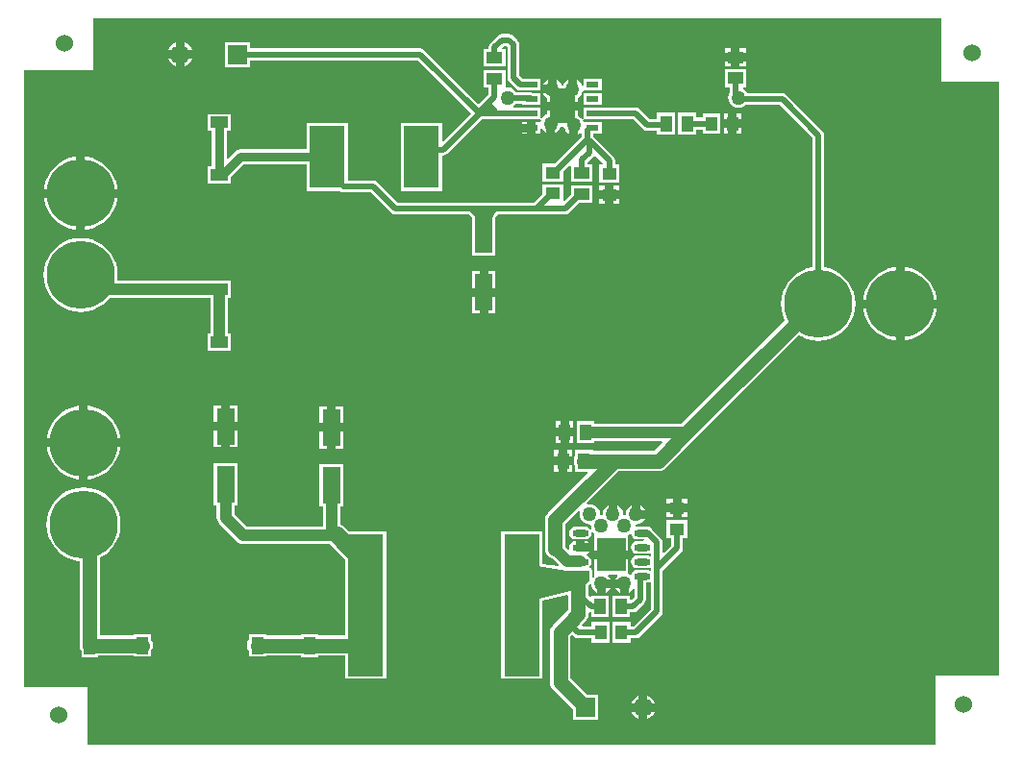
<source format=gbr>
%TF.GenerationSoftware,Altium Limited,Altium Designer,19.1.8 (144)*%
G04 Layer_Physical_Order=1*
G04 Layer_Color=255*
%FSLAX26Y26*%
%MOIN*%
%TF.FileFunction,Copper,L1,Top,Signal*%
%TF.Part,Single*%
G01*
G75*
%TA.AperFunction,SMDPad,CuDef*%
%ADD10O,0.057087X0.023622*%
%ADD11R,0.098425X0.118110*%
%ADD12R,0.043307X0.019685*%
%ADD13R,0.086614X0.122047*%
%ADD14R,0.062992X0.125984*%
%ADD15R,0.124016X0.492126*%
%ADD16R,0.122047X0.216535*%
%ADD17R,0.055118X0.041339*%
%ADD18R,0.051181X0.041339*%
%ADD19R,0.041339X0.051181*%
%ADD20R,0.041339X0.055118*%
%TA.AperFunction,Conductor*%
%ADD21C,0.020000*%
%ADD22C,0.050000*%
%ADD23C,0.040000*%
%ADD24C,0.010000*%
%ADD25C,0.030000*%
%ADD26C,0.060000*%
%TA.AperFunction,NonConductor*%
%ADD27C,0.010000*%
%ADD28C,0.020000*%
%TA.AperFunction,ComponentPad*%
%ADD29R,0.059055X0.039370*%
%ADD30R,0.039370X0.059055*%
%ADD31C,0.236220*%
%TA.AperFunction,ViaPad*%
%ADD32C,0.060000*%
%TA.AperFunction,ComponentPad*%
%ADD33R,0.066929X0.066929*%
%ADD34C,0.066929*%
%TA.AperFunction,ViaPad*%
%ADD35C,0.050000*%
G36*
X3200000Y2320000D02*
X3400000D01*
Y260000D01*
X3180000D01*
Y20000D01*
X240000D01*
Y220000D01*
X20000D01*
Y2360000D01*
X260000D01*
Y2540000D01*
X3200000D01*
Y2320000D01*
D02*
G37*
%LPC*%
G36*
X575000Y2455832D02*
Y2430000D01*
X600832D01*
X597966Y2436920D01*
X590999Y2445999D01*
X581920Y2452966D01*
X575000Y2455832D01*
D02*
G37*
G36*
X545000D02*
X538080Y2452966D01*
X529001Y2445999D01*
X522034Y2436920D01*
X519168Y2430000D01*
X545000D01*
Y2455832D01*
D02*
G37*
G36*
X2522559Y2435669D02*
X2500000D01*
Y2420000D01*
X2522559D01*
Y2435669D01*
D02*
G37*
G36*
X2470000D02*
X2447441D01*
Y2420000D01*
X2470000D01*
Y2435669D01*
D02*
G37*
G36*
X2522559Y2390000D02*
X2500000D01*
Y2374331D01*
X2522559D01*
Y2390000D01*
D02*
G37*
G36*
X2470000D02*
X2447441D01*
Y2374331D01*
X2470000D01*
Y2390000D01*
D02*
G37*
G36*
X600832Y2400000D02*
X575000D01*
Y2374168D01*
X581920Y2377034D01*
X590999Y2384001D01*
X597966Y2393080D01*
X600832Y2400000D01*
D02*
G37*
G36*
X545000D02*
X519168D01*
X522034Y2393080D01*
X529001Y2384001D01*
X538080Y2377034D01*
X545000Y2374168D01*
Y2400000D01*
D02*
G37*
G36*
X1835000Y2326671D02*
X1832349Y2325572D01*
X1825038Y2319962D01*
X1819428Y2312651D01*
X1818330Y2310000D01*
X1835000D01*
Y2326671D01*
D02*
G37*
G36*
X2021417Y2329843D02*
X1958110D01*
Y2307519D01*
X1953110Y2306524D01*
X1950572Y2312651D01*
X1944962Y2319962D01*
X1937651Y2325572D01*
X1935000Y2326671D01*
Y2295000D01*
X1905000D01*
Y2326671D01*
X1902349Y2325572D01*
X1895038Y2319962D01*
X1889428Y2312651D01*
X1887706Y2308495D01*
X1882294D01*
X1880572Y2312651D01*
X1874962Y2319962D01*
X1867651Y2325572D01*
X1865000Y2326671D01*
Y2295000D01*
X1850000D01*
Y2280000D01*
X1818330D01*
X1819428Y2277349D01*
X1825038Y2270038D01*
X1831417Y2265142D01*
Y2250394D01*
X1938032D01*
Y2264720D01*
X1944962Y2270038D01*
X1950572Y2277349D01*
X1954099Y2285863D01*
X1954290Y2287310D01*
X1958110Y2290157D01*
X1959708Y2290157D01*
X2021417D01*
Y2329843D01*
D02*
G37*
G36*
X1700000Y2485392D02*
X1675000D01*
X1667196Y2483840D01*
X1660581Y2479419D01*
X1635581Y2454419D01*
X1631160Y2447804D01*
X1629608Y2440000D01*
Y2433504D01*
X1612441D01*
Y2372165D01*
X1687559D01*
Y2433504D01*
X1678875D01*
X1676962Y2438123D01*
X1683447Y2444608D01*
X1691553D01*
X1694608Y2441553D01*
Y2340000D01*
X1695105Y2337500D01*
X1694608Y2335000D01*
X1696160Y2327196D01*
X1700581Y2320581D01*
X1725581Y2295581D01*
X1732196Y2291160D01*
X1740000Y2289608D01*
X1777165D01*
X1779927Y2290157D01*
X1808819D01*
Y2329843D01*
X1779927D01*
X1777165Y2330392D01*
X1748447D01*
X1735392Y2343447D01*
Y2450000D01*
X1733840Y2457804D01*
X1729419Y2464419D01*
X1714419Y2479419D01*
X1707804Y2483840D01*
X1700000Y2485392D01*
D02*
G37*
G36*
X2021417Y2279843D02*
X1958110D01*
Y2240157D01*
X2021417D01*
Y2279843D01*
D02*
G37*
G36*
X803465Y2458465D02*
X716535D01*
Y2371535D01*
X803465D01*
Y2394608D01*
X1383719D01*
X1568327Y2210000D01*
X1472415Y2114088D01*
X1467795Y2116001D01*
Y2178268D01*
X1325748D01*
Y1941732D01*
X1467795D01*
Y2064372D01*
X1471929D01*
X1479733Y2065924D01*
X1486348Y2070345D01*
X1605612Y2189608D01*
X1777165D01*
X1779927Y2190157D01*
X1804510D01*
X1807983Y2190157D01*
X1811756Y2186494D01*
X1809850Y2181915D01*
X1808819Y2179843D01*
X1805292Y2179843D01*
X1792165D01*
Y2160000D01*
Y2140157D01*
X1808819D01*
Y2157824D01*
X1813819Y2158818D01*
X1814428Y2157349D01*
X1820038Y2150038D01*
X1827349Y2144428D01*
X1830000Y2143329D01*
Y2175000D01*
X1860000D01*
Y2143329D01*
X1862651Y2144428D01*
X1869962Y2150038D01*
X1875572Y2157349D01*
X1878481Y2164370D01*
X1890439D01*
X1890901Y2160863D01*
X1894428Y2152349D01*
X1900038Y2145038D01*
X1907349Y2139428D01*
X1910000Y2138329D01*
Y2170000D01*
X1940000D01*
Y2138329D01*
X1942651Y2139428D01*
X1947718Y2143316D01*
X1952718Y2140850D01*
Y2129470D01*
X1858918Y2035669D01*
X1816575D01*
Y1974331D01*
X1887756D01*
Y2006831D01*
X1909606Y2028681D01*
X1914606Y2026610D01*
Y1972165D01*
X1989724D01*
Y2033504D01*
X1972557D01*
Y2041553D01*
X1991585Y2060581D01*
X1994011Y2064213D01*
X2000281Y2065014D01*
X2026774Y2038522D01*
Y2032087D01*
X2011575D01*
Y1970748D01*
X2082756D01*
Y2032087D01*
X2067557D01*
Y2046968D01*
X2066005Y2054772D01*
X2061585Y2061387D01*
X2061584Y2061388D01*
X1993502Y2129470D01*
Y2140157D01*
X2021417D01*
Y2179843D01*
X1958807D01*
X1957770Y2182346D01*
X1957087Y2186929D01*
X1959523Y2190059D01*
X1959683Y2190157D01*
X1962116Y2190157D01*
X1987002D01*
X1989764Y2189608D01*
X2131553D01*
X2165581Y2155581D01*
X2172196Y2151160D01*
X2180000Y2149608D01*
X2213662D01*
Y2137441D01*
X2275000D01*
Y2212559D01*
X2213662D01*
Y2190392D01*
X2188447D01*
X2154419Y2224419D01*
X2147804Y2228840D01*
X2140000Y2230392D01*
X1989764D01*
X1987002Y2229843D01*
X1958110D01*
Y2194587D01*
X1958110Y2192557D01*
X1954061Y2191183D01*
Y2191182D01*
X1954061D01*
X1950521Y2194234D01*
X1949962Y2194962D01*
X1942651Y2200572D01*
X1938032Y2202486D01*
Y2220394D01*
X1831417D01*
Y2207258D01*
X1827349Y2205572D01*
X1820038Y2199962D01*
X1814428Y2192651D01*
X1813819Y2191182D01*
X1808819Y2192176D01*
X1808819Y2194795D01*
X1808819Y2194796D01*
X1808819Y2194811D01*
Y2229843D01*
X1779927D01*
X1777165Y2230392D01*
X1715437D01*
X1713908Y2235392D01*
X1719962Y2240038D01*
X1721551Y2242108D01*
X1745512D01*
Y2240157D01*
X1808819D01*
Y2279843D01*
X1784710D01*
X1782469Y2281340D01*
X1774665Y2282892D01*
X1725388D01*
X1719962Y2289962D01*
X1712651Y2295572D01*
X1704137Y2299099D01*
X1695000Y2300302D01*
X1692559Y2299981D01*
X1687559Y2304366D01*
Y2360669D01*
X1612441D01*
Y2299331D01*
X1629608D01*
Y2275612D01*
X1595000Y2241004D01*
X1406585Y2429419D01*
X1399969Y2433840D01*
X1392165Y2435392D01*
X803465D01*
Y2458465D01*
D02*
G37*
G36*
X2505669Y2210590D02*
X2490000D01*
Y2190000D01*
X2505669D01*
Y2210590D01*
D02*
G37*
G36*
X2460000D02*
X2444331D01*
Y2190000D01*
X2460000D01*
Y2210590D01*
D02*
G37*
G36*
X1762165Y2179843D02*
X1745512D01*
Y2175000D01*
X1762165D01*
Y2179843D01*
D02*
G37*
G36*
Y2145000D02*
X1745512D01*
Y2140157D01*
X1762165D01*
Y2145000D01*
D02*
G37*
G36*
X2505669Y2160000D02*
X2490000D01*
Y2139410D01*
X2505669D01*
Y2160000D01*
D02*
G37*
G36*
X2460000D02*
X2444331D01*
Y2139410D01*
X2460000D01*
Y2160000D01*
D02*
G37*
G36*
X2347835Y2212559D02*
X2286496D01*
Y2137441D01*
X2347835D01*
Y2154608D01*
X2371496D01*
Y2139410D01*
X2432835D01*
Y2210590D01*
X2371496D01*
Y2195392D01*
X2347835D01*
Y2212559D01*
D02*
G37*
G36*
X230000Y2060790D02*
Y1948465D01*
X342326D01*
X341924Y1953567D01*
X337217Y1973175D01*
X329500Y1991805D01*
X318964Y2008999D01*
X305868Y2024332D01*
X290534Y2037428D01*
X273341Y2047965D01*
X254711Y2055681D01*
X235103Y2060389D01*
X230000Y2060790D01*
D02*
G37*
G36*
X200000D02*
X194897Y2060389D01*
X175289Y2055681D01*
X156659Y2047965D01*
X139466Y2037428D01*
X124132Y2024332D01*
X111036Y2008999D01*
X100500Y1991805D01*
X92783Y1973175D01*
X88076Y1953567D01*
X87674Y1948465D01*
X200000D01*
Y2060790D01*
D02*
G37*
G36*
X2082756Y1959252D02*
X2062165D01*
Y1943583D01*
X2082756D01*
Y1959252D01*
D02*
G37*
G36*
X2032165D02*
X2011575D01*
Y1943583D01*
X2032165D01*
Y1959252D01*
D02*
G37*
G36*
X2082756Y1913583D02*
X2062165D01*
Y1897913D01*
X2082756D01*
Y1913583D01*
D02*
G37*
G36*
X2032165D02*
X2011575D01*
Y1897913D01*
X2032165D01*
Y1913583D01*
D02*
G37*
G36*
X342326Y1918465D02*
X230000D01*
Y1806139D01*
X235103Y1806540D01*
X254711Y1811248D01*
X273341Y1818965D01*
X290534Y1829501D01*
X305868Y1842597D01*
X318964Y1857930D01*
X329500Y1875124D01*
X337217Y1893754D01*
X341924Y1913362D01*
X342326Y1918465D01*
D02*
G37*
G36*
X200000D02*
X87674D01*
X88076Y1913362D01*
X92783Y1893754D01*
X100500Y1875124D01*
X111036Y1857930D01*
X124132Y1842597D01*
X139466Y1829501D01*
X156659Y1818965D01*
X175289Y1811248D01*
X194897Y1806540D01*
X200000Y1806139D01*
Y1918465D01*
D02*
G37*
G36*
X734724Y2208425D02*
X655669D01*
Y2149055D01*
X669510D01*
Y2027323D01*
X655472D01*
Y1967953D01*
X734528D01*
Y1991275D01*
X777763Y2034510D01*
X998976D01*
Y1941732D01*
X1112474D01*
X1118220Y1937893D01*
X1126024Y1936341D01*
X1221199D01*
X1291959Y1865581D01*
X1298574Y1861160D01*
X1306378Y1859608D01*
X1306379Y1859608D01*
X1561553D01*
X1570669Y1850492D01*
Y1717795D01*
X1653661D01*
Y1847952D01*
X1660655Y1859608D01*
X1895276D01*
X1903079Y1861160D01*
X1909695Y1865581D01*
X1943445Y1899331D01*
X1989724D01*
Y1960669D01*
X1914606D01*
Y1928169D01*
X1892756Y1906319D01*
X1887756Y1908390D01*
Y1962835D01*
X1816575D01*
Y1930335D01*
X1786632Y1900392D01*
X1314825D01*
X1244065Y1971151D01*
X1237449Y1975572D01*
X1229646Y1977124D01*
X1141024D01*
Y2178268D01*
X998976D01*
Y2085490D01*
X767205D01*
X757450Y2083550D01*
X749181Y2078024D01*
X725109Y2053952D01*
X720490Y2055866D01*
Y2149055D01*
X734724D01*
Y2208425D01*
D02*
G37*
G36*
X1653661Y1662992D02*
X1627165D01*
Y1605000D01*
X1653661D01*
Y1662992D01*
D02*
G37*
G36*
X1597165D02*
X1570669D01*
Y1605000D01*
X1597165D01*
Y1662992D01*
D02*
G37*
G36*
X3070630Y1677326D02*
Y1565000D01*
X3182956D01*
X3182554Y1570103D01*
X3177847Y1589711D01*
X3170130Y1608341D01*
X3159594Y1625534D01*
X3146498Y1640868D01*
X3131164Y1653964D01*
X3113971Y1664500D01*
X3095341Y1672217D01*
X3075733Y1676924D01*
X3070630Y1677326D01*
D02*
G37*
G36*
X3040630D02*
X3035527Y1676924D01*
X3015919Y1672217D01*
X2997289Y1664500D01*
X2980096Y1653964D01*
X2964762Y1640868D01*
X2951666Y1625534D01*
X2941130Y1608341D01*
X2933413Y1589711D01*
X2928706Y1570103D01*
X2928304Y1565000D01*
X3040630D01*
Y1677326D01*
D02*
G37*
G36*
X1653661Y1575000D02*
X1627165D01*
Y1517008D01*
X1653661D01*
Y1575000D01*
D02*
G37*
G36*
X1597165D02*
X1570669D01*
Y1517008D01*
X1597165D01*
Y1575000D01*
D02*
G37*
G36*
X3182956Y1535000D02*
X3070630D01*
Y1422674D01*
X3075733Y1423076D01*
X3095341Y1427783D01*
X3113971Y1435500D01*
X3131164Y1446036D01*
X3146498Y1459132D01*
X3159594Y1474466D01*
X3170130Y1491659D01*
X3177847Y1510289D01*
X3182554Y1529897D01*
X3182956Y1535000D01*
D02*
G37*
G36*
X3040630D02*
X2928304D01*
X2928706Y1529897D01*
X2933413Y1510289D01*
X2941130Y1491659D01*
X2951666Y1474466D01*
X2964762Y1459132D01*
X2980096Y1446036D01*
X2997289Y1435500D01*
X3015919Y1427783D01*
X3035527Y1423076D01*
X3040630Y1422674D01*
Y1535000D01*
D02*
G37*
G36*
X2522559Y2362835D02*
X2447441D01*
Y2301496D01*
X2464608D01*
Y2285000D01*
X2464942Y2283322D01*
X2464428Y2282651D01*
X2460901Y2274137D01*
X2459698Y2265000D01*
X2460901Y2255863D01*
X2464428Y2247349D01*
X2470038Y2240038D01*
X2477349Y2234428D01*
X2485863Y2230901D01*
X2495000Y2229698D01*
X2504137Y2230901D01*
X2512651Y2234428D01*
X2519403Y2239608D01*
X2638719D01*
X2751774Y2126553D01*
Y1676855D01*
X2732455Y1672217D01*
X2713825Y1664500D01*
X2696631Y1653964D01*
X2681298Y1640868D01*
X2668202Y1625534D01*
X2657665Y1608341D01*
X2649949Y1589711D01*
X2645241Y1570103D01*
X2643659Y1550000D01*
X2645241Y1529897D01*
X2649949Y1510289D01*
X2656563Y1494322D01*
X2297500Y1135259D01*
X1995669D01*
Y1142559D01*
X1934331D01*
Y1067441D01*
X1995669D01*
Y1074741D01*
X2230449D01*
X2232363Y1070122D01*
X2202543Y1040302D01*
X1990669D01*
Y1042559D01*
X1929331D01*
Y1022417D01*
X1925901Y1014137D01*
X1924698Y1005000D01*
X1925901Y995863D01*
X1929331Y987583D01*
Y967441D01*
X1970984D01*
X1972897Y962822D01*
X1835038Y824962D01*
X1829428Y817651D01*
X1825901Y809137D01*
X1824698Y800000D01*
Y700000D01*
X1825901Y690863D01*
X1829428Y682349D01*
X1835038Y675038D01*
X1842349Y669428D01*
X1850863Y665901D01*
X1851374Y665834D01*
X1873416Y643792D01*
X1871155Y639332D01*
X1817008Y647691D01*
Y761063D01*
X1672992D01*
Y248937D01*
X1817008D01*
Y519069D01*
X1900625Y540766D01*
X1904580Y537707D01*
Y487339D01*
X1883561Y466321D01*
X1852203Y434962D01*
X1846593Y427651D01*
X1843066Y419137D01*
X1841863Y410000D01*
Y237835D01*
X1843066Y228698D01*
X1846593Y220184D01*
X1852203Y212872D01*
X1921535Y143540D01*
Y106535D01*
X2008465D01*
Y193464D01*
X1971460D01*
X1912467Y252457D01*
Y395377D01*
X1919067Y401977D01*
X1925463Y395581D01*
X1932078Y391160D01*
X1939882Y389608D01*
X1986496D01*
Y374409D01*
X2047835D01*
Y445591D01*
X1986496D01*
Y430392D01*
X1954553D01*
X1952482Y435392D01*
X1964844Y447754D01*
X1970454Y455066D01*
X1973981Y463580D01*
X1975184Y472717D01*
Y476949D01*
X1980184Y480566D01*
X1985000Y479608D01*
X1985079D01*
Y462441D01*
X2046417D01*
Y537559D01*
X1985079D01*
Y535293D01*
X1980459Y533379D01*
X1975184Y538654D01*
Y572340D01*
X1980026Y577182D01*
X1985305Y575389D01*
X1985901Y570863D01*
X1989428Y562349D01*
X1995038Y555038D01*
X2002349Y549428D01*
X2005000Y548330D01*
Y580000D01*
X2020000D01*
Y595000D01*
X2051671D01*
X2050572Y597651D01*
X2044962Y604962D01*
X2043682Y605945D01*
X2045379Y610945D01*
X2074621D01*
X2076318Y605945D01*
X2075038Y604962D01*
X2069428Y597651D01*
X2068329Y595000D01*
X2100000D01*
Y580000D01*
X2115000D01*
Y548330D01*
X2117651Y549428D01*
X2124962Y555038D01*
X2129057Y560374D01*
X2134057Y558677D01*
Y532895D01*
X2124252Y523090D01*
X2119252Y525162D01*
Y537559D01*
X2057913D01*
Y462441D01*
X2119252D01*
Y479608D01*
X2130000D01*
X2137804Y481160D01*
X2144419Y485581D01*
X2168868Y510030D01*
X2173289Y516645D01*
X2174841Y524449D01*
X2174841Y524449D01*
Y582762D01*
X2178465D01*
X2186975Y584455D01*
X2187797Y585004D01*
X2192207Y582647D01*
Y491045D01*
X2131553Y430392D01*
X2120669D01*
Y445591D01*
X2059331D01*
Y374409D01*
X2120669D01*
Y389608D01*
X2140000D01*
X2147804Y391160D01*
X2154419Y395581D01*
X2227018Y468179D01*
X2231438Y474795D01*
X2232990Y482599D01*
Y624152D01*
X2296584Y687746D01*
X2296585Y687746D01*
X2301005Y694362D01*
X2302557Y702165D01*
X2302557Y702166D01*
Y737913D01*
X2317756D01*
Y799252D01*
X2246575D01*
Y737913D01*
X2261774D01*
Y710612D01*
X2237610Y686448D01*
X2232990Y688361D01*
Y722402D01*
X2231438Y730205D01*
X2227018Y736821D01*
X2196356Y767482D01*
X2194189Y770725D01*
X2186975Y775545D01*
X2186051Y775729D01*
X2185638Y776005D01*
X2177835Y777557D01*
X2176231Y777238D01*
X2145000D01*
X2142788Y776798D01*
X2138226Y780364D01*
X2140000Y784698D01*
X2149137Y785901D01*
X2157651Y789428D01*
X2164962Y795038D01*
X2170572Y802349D01*
X2171671Y805000D01*
X2140000D01*
Y820000D01*
X2125000D01*
Y851670D01*
X2122349Y850572D01*
X2115038Y844962D01*
X2109428Y837651D01*
X2105901Y829137D01*
X2104698Y820000D01*
X2104874Y818661D01*
X2101339Y815126D01*
X2100000Y815302D01*
X2098661Y815126D01*
X2095126Y818661D01*
X2095302Y820000D01*
X2094099Y829137D01*
X2090572Y837651D01*
X2084962Y844962D01*
X2077651Y850572D01*
X2075000Y851670D01*
Y820000D01*
X2045000D01*
Y851670D01*
X2042349Y850572D01*
X2035038Y844962D01*
X2029428Y837651D01*
X2025901Y829137D01*
X2024698Y820000D01*
X2024874Y818661D01*
X2021339Y815126D01*
X2020000Y815302D01*
X2018661Y815126D01*
X2015126Y818661D01*
X2015302Y820000D01*
X2014099Y829137D01*
X2010572Y837651D01*
X2004962Y844962D01*
X1997651Y850572D01*
X1989137Y854099D01*
X1980000Y855302D01*
X1971130Y854134D01*
X1970744Y854462D01*
X1968776Y858851D01*
X2079623Y969698D01*
X2217166D01*
X2226302Y970901D01*
X2234816Y974428D01*
X2242128Y980038D01*
X2339628Y1077538D01*
X2703759Y1441669D01*
X2713825Y1435500D01*
X2732455Y1427783D01*
X2752063Y1423076D01*
X2772165Y1421494D01*
X2792268Y1423076D01*
X2811876Y1427783D01*
X2830506Y1435500D01*
X2847700Y1446036D01*
X2863033Y1459132D01*
X2876129Y1474466D01*
X2886665Y1491659D01*
X2894382Y1510289D01*
X2899090Y1529897D01*
X2900672Y1550000D01*
X2899090Y1570103D01*
X2894382Y1589711D01*
X2886665Y1608341D01*
X2876129Y1625534D01*
X2863033Y1640868D01*
X2847700Y1653964D01*
X2830506Y1664500D01*
X2811876Y1672217D01*
X2792557Y1676855D01*
Y2135000D01*
X2791005Y2142804D01*
X2786585Y2149419D01*
X2661585Y2274419D01*
X2654969Y2278840D01*
X2647165Y2280392D01*
X2526508D01*
X2525572Y2282651D01*
X2519962Y2289962D01*
X2512651Y2295572D01*
X2510421Y2296496D01*
X2511416Y2301496D01*
X2522559D01*
Y2362835D01*
D02*
G37*
G36*
X215000Y1778506D02*
X194897Y1776924D01*
X175289Y1772217D01*
X156659Y1764500D01*
X139466Y1753964D01*
X124132Y1740868D01*
X111036Y1725534D01*
X100500Y1708341D01*
X92783Y1689711D01*
X88076Y1670103D01*
X86494Y1650000D01*
X88076Y1629897D01*
X92783Y1610289D01*
X100500Y1591659D01*
X111036Y1574466D01*
X124132Y1559132D01*
X139466Y1546036D01*
X156659Y1535500D01*
X175289Y1527783D01*
X194897Y1523076D01*
X215000Y1521494D01*
X235103Y1523076D01*
X254711Y1527783D01*
X273341Y1535500D01*
X290534Y1546036D01*
X305868Y1559132D01*
X314928Y1569741D01*
X664938D01*
Y1446614D01*
X655669D01*
Y1387244D01*
X690837D01*
X695197Y1386670D01*
X699556Y1387244D01*
X734724D01*
Y1446614D01*
X725456D01*
Y1570315D01*
X734528D01*
Y1629685D01*
X689359D01*
X685000Y1630259D01*
X345636D01*
X342242Y1633931D01*
X343506Y1650000D01*
X341924Y1670103D01*
X337217Y1689711D01*
X329500Y1708341D01*
X318964Y1725534D01*
X305868Y1740868D01*
X290534Y1753964D01*
X273341Y1764500D01*
X254711Y1772217D01*
X235103Y1776924D01*
X215000Y1778506D01*
D02*
G37*
G36*
X758661Y1197992D02*
X732165D01*
Y1140000D01*
X758661D01*
Y1197992D01*
D02*
G37*
G36*
X702165D02*
X675669D01*
Y1140000D01*
X702165D01*
Y1197992D01*
D02*
G37*
G36*
X1126496Y1193779D02*
X1100000D01*
Y1135787D01*
X1126496D01*
Y1193779D01*
D02*
G37*
G36*
X1070000D02*
X1043504D01*
Y1135787D01*
X1070000D01*
Y1193779D01*
D02*
G37*
G36*
X1922835Y1142559D02*
X1907165D01*
Y1120000D01*
X1922835D01*
Y1142559D01*
D02*
G37*
G36*
X1877165D02*
X1861496D01*
Y1120000D01*
X1877165D01*
Y1142559D01*
D02*
G37*
G36*
X240000Y1195790D02*
Y1083465D01*
X352326D01*
X351924Y1088567D01*
X347217Y1108175D01*
X339500Y1126805D01*
X328964Y1143999D01*
X315868Y1159332D01*
X300534Y1172428D01*
X283341Y1182965D01*
X264711Y1190681D01*
X245103Y1195389D01*
X240000Y1195790D01*
D02*
G37*
G36*
X210000D02*
X204897Y1195389D01*
X185289Y1190681D01*
X166659Y1182965D01*
X149466Y1172428D01*
X134132Y1159332D01*
X121036Y1143999D01*
X110500Y1126805D01*
X102783Y1108175D01*
X98076Y1088567D01*
X97674Y1083465D01*
X210000D01*
Y1195790D01*
D02*
G37*
G36*
X1922835Y1090000D02*
X1907165D01*
Y1067441D01*
X1922835D01*
Y1090000D01*
D02*
G37*
G36*
X1877165D02*
X1861496D01*
Y1067441D01*
X1877165D01*
Y1090000D01*
D02*
G37*
G36*
X758661Y1110000D02*
X732165D01*
Y1052008D01*
X758661D01*
Y1110000D01*
D02*
G37*
G36*
X702165D02*
X675669D01*
Y1052008D01*
X702165D01*
Y1110000D01*
D02*
G37*
G36*
X1126496Y1105787D02*
X1100000D01*
Y1047795D01*
X1126496D01*
Y1105787D01*
D02*
G37*
G36*
X1070000D02*
X1043504D01*
Y1047795D01*
X1070000D01*
Y1105787D01*
D02*
G37*
G36*
X1917835Y1042559D02*
X1902165D01*
Y1020000D01*
X1917835D01*
Y1042559D01*
D02*
G37*
G36*
X1872165D02*
X1856496D01*
Y1020000D01*
X1872165D01*
Y1042559D01*
D02*
G37*
G36*
X1917835Y990000D02*
X1902165D01*
Y967441D01*
X1917835D01*
Y990000D01*
D02*
G37*
G36*
X1872165D02*
X1856496D01*
Y967441D01*
X1872165D01*
Y990000D01*
D02*
G37*
G36*
X352326Y1053465D02*
X240000D01*
Y941139D01*
X245103Y941540D01*
X264711Y946248D01*
X283341Y953965D01*
X300534Y964501D01*
X315868Y977597D01*
X328964Y992931D01*
X339500Y1010124D01*
X347217Y1028754D01*
X351924Y1048362D01*
X352326Y1053465D01*
D02*
G37*
G36*
X210000D02*
X97674D01*
X98076Y1048362D01*
X102783Y1028754D01*
X110500Y1010124D01*
X121036Y992931D01*
X134132Y977597D01*
X149466Y964501D01*
X166659Y953965D01*
X185289Y946248D01*
X204897Y941540D01*
X210000Y941139D01*
Y1053465D01*
D02*
G37*
G36*
X2317756Y872087D02*
X2297165D01*
Y856417D01*
X2317756D01*
Y872087D01*
D02*
G37*
G36*
X2267165D02*
X2246575D01*
Y856417D01*
X2267165D01*
Y872087D01*
D02*
G37*
G36*
X2155000Y851670D02*
Y835000D01*
X2171671D01*
X2170572Y837651D01*
X2164962Y844962D01*
X2157651Y850572D01*
X2155000Y851670D01*
D02*
G37*
G36*
X2317756Y826417D02*
X2297165D01*
Y810748D01*
X2317756D01*
Y826417D01*
D02*
G37*
G36*
X2267165D02*
X2246575D01*
Y810748D01*
X2267165D01*
Y826417D01*
D02*
G37*
G36*
X2085000Y565000D02*
X2068329D01*
X2069428Y562349D01*
X2075038Y555038D01*
X2082349Y549428D01*
X2085000Y548330D01*
Y565000D01*
D02*
G37*
G36*
X2051671D02*
X2035000D01*
Y548330D01*
X2037651Y549428D01*
X2044962Y555038D01*
X2050572Y562349D01*
X2051671Y565000D01*
D02*
G37*
G36*
X758661Y997205D02*
X675669D01*
Y851221D01*
X686907D01*
Y807835D01*
X687938Y800003D01*
X690960Y792705D01*
X695769Y786438D01*
X757540Y724667D01*
X757541Y724667D01*
X763808Y719858D01*
X771105Y716835D01*
X778937Y715804D01*
X1077139D01*
X1130669Y662274D01*
Y400302D01*
X1038425D01*
Y404331D01*
X979055D01*
Y400302D01*
X857323D01*
Y404527D01*
X797953D01*
Y383808D01*
X797065Y382651D01*
X793539Y374137D01*
X792336Y365000D01*
X793539Y355863D01*
X797065Y347349D01*
X797953Y346192D01*
Y325473D01*
X857323D01*
Y329698D01*
X979055D01*
Y325276D01*
X1038425D01*
Y329698D01*
X1130669D01*
Y248937D01*
X1274685D01*
Y761063D01*
X1147147D01*
X1145707Y761349D01*
X1132465Y774591D01*
X1124110Y781003D01*
X1115259Y784669D01*
Y847007D01*
X1126496D01*
Y992992D01*
X1043504D01*
Y847007D01*
X1054741D01*
Y776322D01*
X791471D01*
X747424Y820368D01*
Y851221D01*
X758661D01*
Y997205D01*
D02*
G37*
G36*
X225000Y913506D02*
X204897Y911924D01*
X185289Y907217D01*
X166659Y899500D01*
X149466Y888964D01*
X134132Y875868D01*
X121036Y860534D01*
X110500Y843341D01*
X102783Y824711D01*
X98076Y805103D01*
X96494Y785000D01*
X98076Y764897D01*
X102783Y745289D01*
X110500Y726659D01*
X121036Y709466D01*
X134132Y694132D01*
X149466Y681036D01*
X166659Y670500D01*
X185289Y662783D01*
X204897Y658076D01*
X211627Y657546D01*
Y364803D01*
X212830Y355666D01*
X216357Y347152D01*
X217244Y345996D01*
Y325276D01*
X276614D01*
Y329501D01*
X400315D01*
Y325473D01*
X459685D01*
Y346252D01*
X460376Y347152D01*
X463902Y355666D01*
X465105Y364803D01*
X463902Y373940D01*
X460376Y382454D01*
X459685Y383354D01*
Y404527D01*
X400315D01*
Y400105D01*
X282231D01*
Y670040D01*
X283341Y670500D01*
X300534Y681036D01*
X315868Y694132D01*
X328964Y709466D01*
X339500Y726659D01*
X347217Y745289D01*
X351924Y764897D01*
X353506Y785000D01*
X351924Y805103D01*
X347217Y824711D01*
X339500Y843341D01*
X328964Y860534D01*
X315868Y875868D01*
X300534Y888964D01*
X283341Y899500D01*
X264711Y907217D01*
X245103Y911924D01*
X225000Y913506D01*
D02*
G37*
G36*
X2180000Y190833D02*
Y165000D01*
X2205832D01*
X2202966Y171920D01*
X2195999Y180999D01*
X2186920Y187966D01*
X2180000Y190833D01*
D02*
G37*
G36*
X2150000D02*
X2143080Y187966D01*
X2134001Y180999D01*
X2127034Y171920D01*
X2124168Y165000D01*
X2150000D01*
Y190833D01*
D02*
G37*
G36*
X2205832Y135000D02*
X2180000D01*
Y109168D01*
X2186920Y112034D01*
X2195999Y119001D01*
X2202966Y128080D01*
X2205832Y135000D01*
D02*
G37*
G36*
X2150000D02*
X2124168D01*
X2127034Y128080D01*
X2134001Y119001D01*
X2143080Y112034D01*
X2150000Y109168D01*
Y135000D01*
D02*
G37*
%LPD*%
G36*
X1660000Y2225000D02*
X1670000Y2215000D01*
X1610000Y2215000D01*
X1635000Y2250000D01*
X1660000Y2225000D01*
D02*
G37*
G36*
X1655000Y1870000D02*
X1640000Y1845000D01*
X1615000D01*
X1590000Y1870000D01*
X1645000Y1875000D01*
X1655000Y1870000D01*
D02*
G37*
G36*
X1945539Y829256D02*
X1945866Y828870D01*
X1944698Y820000D01*
X1945901Y810863D01*
X1949428Y802349D01*
X1955038Y795038D01*
X1962349Y789428D01*
X1970863Y785901D01*
X1980000Y784698D01*
X1981339Y784874D01*
X1984874Y781339D01*
X1984698Y780000D01*
X1985901Y770863D01*
X1986484Y769456D01*
X1982053Y767088D01*
X1979623Y770725D01*
X1972408Y775545D01*
X1963898Y777238D01*
X1930433D01*
X1921923Y775545D01*
X1914708Y770725D01*
X1909888Y763510D01*
X1908195Y755000D01*
X1909888Y746490D01*
X1914708Y739275D01*
X1921923Y734455D01*
X1930433Y732762D01*
X1963898D01*
X1972408Y734455D01*
X1979623Y739275D01*
X1984443Y746490D01*
X1986136Y755000D01*
X1985537Y758010D01*
X1986074Y758506D01*
X1992817Y757932D01*
X1995038Y755038D01*
X1996318Y754055D01*
X1995236Y749055D01*
X1995236D01*
X1995236Y749055D01*
Y695000D01*
X2054449D01*
X2113661D01*
Y747775D01*
X2117651Y749428D01*
X2119291Y750686D01*
X2123970Y748924D01*
X2124454Y746490D01*
X2129275Y739275D01*
X2136490Y734455D01*
X2145000Y732762D01*
X2168728D01*
X2169078Y732238D01*
X2166405Y727238D01*
X2145000D01*
X2136490Y725545D01*
X2129275Y720725D01*
X2124454Y713510D01*
X2122762Y705000D01*
X2124454Y696490D01*
X2129275Y689275D01*
X2136490Y684455D01*
X2145000Y682762D01*
X2178465D01*
X2186975Y684455D01*
X2187797Y685004D01*
X2192207Y682647D01*
Y677353D01*
X2187797Y674996D01*
X2186975Y675545D01*
X2178465Y677238D01*
X2145000D01*
X2136490Y675545D01*
X2129275Y670725D01*
X2124454Y663510D01*
X2122762Y655000D01*
X2124454Y646490D01*
X2129275Y639275D01*
X2136490Y634455D01*
X2145000Y632762D01*
X2178465D01*
X2186975Y634455D01*
X2187797Y635004D01*
X2189309Y634196D01*
X2192323Y632014D01*
X2192469Y631280D01*
X2192207Y629961D01*
Y627353D01*
X2187797Y624996D01*
X2186975Y625545D01*
X2178465Y627238D01*
X2156052D01*
X2154449Y627557D01*
X2152846Y627238D01*
X2145000D01*
X2136490Y625545D01*
X2129275Y620725D01*
X2124454Y613510D01*
X2123970Y611076D01*
X2119291Y609314D01*
X2117651Y610572D01*
X2113661Y612225D01*
Y665000D01*
X2054449D01*
X1995236D01*
Y610945D01*
X1995236Y610945D01*
X1995236D01*
X1996318Y605945D01*
X1995038Y604962D01*
X1992361Y601474D01*
X1987361Y603172D01*
Y625000D01*
X1986585Y628902D01*
X1984375Y632210D01*
X1981067Y634420D01*
X1980440Y636527D01*
X1979935Y639743D01*
X1984443Y646490D01*
X1986136Y655000D01*
X1984443Y663510D01*
X1979623Y670725D01*
X1972408Y675545D01*
X1970649Y675895D01*
X1968757Y678665D01*
X1970728Y684120D01*
X1972408Y684455D01*
X1979623Y689275D01*
X1980107Y690000D01*
X1947165D01*
Y705000D01*
X1932165D01*
Y727238D01*
X1930433D01*
X1921923Y725545D01*
X1914708Y720725D01*
X1909888Y713510D01*
X1908195Y705000D01*
X1909022Y700842D01*
X1904414Y698379D01*
X1895302Y707491D01*
Y785377D01*
X1941149Y831224D01*
X1945539Y829256D01*
D02*
G37*
G36*
X1800000Y640000D02*
X1897165Y625000D01*
X1977165D01*
Y588740D01*
X1953425Y565000D01*
X1780000Y520000D01*
X1737165Y615000D01*
X1737165Y660000D01*
X1800000Y640000D01*
D02*
G37*
%LPC*%
G36*
X1963898Y727238D02*
X1962165D01*
Y720000D01*
X1980107D01*
X1979623Y720725D01*
X1972408Y725545D01*
X1963898Y727238D01*
D02*
G37*
%LPD*%
D10*
X1947165Y755000D02*
D03*
Y705000D02*
D03*
Y655000D02*
D03*
Y605000D02*
D03*
X2161732Y755000D02*
D03*
Y705000D02*
D03*
Y655000D02*
D03*
Y605000D02*
D03*
D11*
X2054449Y680000D02*
D03*
D12*
X1777165Y2210000D02*
D03*
Y2260000D02*
D03*
Y2310000D02*
D03*
Y2160000D02*
D03*
X1989764D02*
D03*
Y2310000D02*
D03*
Y2260000D02*
D03*
Y2210000D02*
D03*
D13*
X1884724Y2235394D02*
D03*
D14*
X717165Y1125000D02*
D03*
Y924213D02*
D03*
X1085000Y1120787D02*
D03*
Y920000D02*
D03*
X1612165Y1590000D02*
D03*
Y1790787D02*
D03*
D15*
X1202677Y505000D02*
D03*
X1745000D02*
D03*
D16*
X1396772Y2060000D02*
D03*
X1070000D02*
D03*
D17*
X1952165Y2002835D02*
D03*
Y1930000D02*
D03*
X2485000Y2332165D02*
D03*
Y2405000D02*
D03*
X1650000Y2402835D02*
D03*
Y2330000D02*
D03*
D18*
X1852165Y1932165D02*
D03*
Y2005000D02*
D03*
X2047165Y1928583D02*
D03*
Y2001417D02*
D03*
X2282165Y841417D02*
D03*
Y768583D02*
D03*
D19*
X2475000Y2175000D02*
D03*
X2402165D02*
D03*
X2090000Y410000D02*
D03*
X2017165D02*
D03*
D20*
X2244331Y2175000D02*
D03*
X2317165D02*
D03*
X1965000Y1105000D02*
D03*
X1892165D02*
D03*
X1960000Y1005000D02*
D03*
X1887165D02*
D03*
X2088583Y500000D02*
D03*
X2015748D02*
D03*
D21*
X2485000Y2285000D02*
X2510000Y2260000D01*
X1595000Y2212165D02*
X1650000Y2267165D01*
X1595000Y2210000D02*
Y2212165D01*
X1597165Y2210000D01*
X1392165Y2415000D02*
X1595000Y2212165D01*
X1650000Y2440000D02*
X1675000Y2465000D01*
X1650000Y2402835D02*
Y2440000D01*
X1697500Y2262500D02*
X1774665D01*
X760000Y2415000D02*
X1392165D01*
X1229646Y1956732D02*
X1306378Y1880000D01*
X1126024Y1956732D02*
X1229646D01*
X1421535Y2084764D02*
X1471929D01*
X2510000Y2260000D02*
X2647165D01*
X2485000Y2285000D02*
Y2332165D01*
X1650000Y2267165D02*
Y2330000D01*
X1940000Y545000D02*
X1985000Y500000D01*
X2015748D01*
X2154449Y524449D02*
Y607165D01*
X2130000Y500000D02*
X2154449Y524449D01*
X2088583Y500000D02*
X2130000D01*
X2212599Y482599D02*
Y629961D01*
X2140000Y410000D02*
X2212599Y482599D01*
X2090000Y410000D02*
X2140000D01*
X2212599Y632598D02*
Y722402D01*
Y632598D02*
X2282165Y702165D01*
Y768583D01*
X2177835Y757165D02*
X2212599Y722402D01*
X1740000Y2310000D02*
X1777165D01*
X1715000Y2335000D02*
X1740000Y2310000D01*
X1715000Y2340000D02*
Y2450000D01*
X1675000Y2465000D02*
X1700000D01*
X1715000Y2450000D01*
X1306378Y1880000D02*
X1570000D01*
X1471929Y2084764D02*
X1597165Y2210000D01*
X1612165Y1790787D02*
Y1837835D01*
X1570000Y1880000D02*
X1612165Y1837835D01*
X1570000Y1880000D02*
X1797165D01*
X1973110Y2121023D02*
Y2155157D01*
X1797165Y1880000D02*
X1895276D01*
X1945276Y1930000D01*
X1908524Y441358D02*
X1939882Y410000D01*
X2017165D01*
X1797165Y1882087D02*
X1847244Y1932165D01*
X1977165Y2116968D02*
X2047165Y2046968D01*
Y2001417D02*
Y2046968D01*
X1977165Y2075000D02*
Y2116968D01*
X1952165Y2050000D02*
X1977165Y2075000D01*
X1952165Y2002835D02*
Y2050000D01*
X1857087Y2005000D02*
X1973110Y2121023D01*
X2317165Y2175000D02*
X2402165D01*
X2772165Y1550000D02*
Y2135000D01*
X1597165Y2210000D02*
X1777165D01*
X2647165Y2260000D02*
X2772165Y2135000D01*
D22*
X2314665Y1102500D02*
X2767166Y1555000D01*
X2207165Y1005000D02*
X2217166D01*
X2314665Y1102500D01*
X2065000Y1005000D02*
X2207165D01*
X1960000D02*
X2065000D01*
X1860000Y800000D02*
X2065000Y1005000D01*
X1860000Y700000D02*
Y800000D01*
X246929Y364803D02*
Y763071D01*
X1018386Y365000D02*
X1190000D01*
X827638D02*
X1008543D01*
X246929Y364803D02*
X429803D01*
X1877165Y237835D02*
Y410000D01*
Y237835D02*
X1965000Y150000D01*
X1939882Y545000D02*
Y580354D01*
Y472717D02*
Y545000D01*
X1908524Y441358D02*
X1939882Y472717D01*
X1877165Y410000D02*
X1908524Y441358D01*
D23*
X1860000Y700000D02*
X1903622Y656378D01*
X1945787D01*
X265000Y1600000D02*
X685000D01*
X695197Y1416929D02*
Y1589803D01*
X1085000Y755000D02*
X1093937Y746063D01*
X1085000Y755000D02*
Y905000D01*
X778937Y746063D02*
X1103937D01*
X717165Y807835D02*
Y855829D01*
Y807835D02*
X778937Y746063D01*
X1965000Y1105000D02*
X2312165D01*
D24*
X1945787Y656378D02*
X1947165Y655000D01*
X225000Y785000D02*
X246929Y763071D01*
X685000Y1600000D02*
X695197Y1589803D01*
X215000Y1650000D02*
X265000Y1600000D01*
X695000Y2178543D02*
X695197Y2178740D01*
X695000Y1997638D02*
X704842D01*
X1008740Y374646D02*
X1018386Y365000D01*
X1145669Y746063D02*
X1202677Y689055D01*
Y505000D02*
Y689055D01*
Y446339D02*
Y505000D01*
X1008740Y364803D02*
Y374646D01*
X1008543Y365000D02*
X1008740Y364803D01*
X429803D02*
X430000Y365000D01*
X1695000Y2265000D02*
X1697500Y2262500D01*
X1774665D02*
X1777165Y2260000D01*
X1070000Y2012756D02*
Y2060000D01*
Y2012756D02*
X1126024Y1956732D01*
X1396772Y2060000D02*
X1421535Y2084764D01*
X1085000Y920000D02*
X1087165Y917834D01*
X1939882Y545000D02*
X1940000D01*
X1939882Y580354D02*
Y607165D01*
X2154449Y757165D02*
X2177835D01*
X2212599Y629961D02*
Y632598D01*
X1715000Y2335000D02*
Y2340000D01*
X2478110Y2332165D02*
X2485000D01*
X1973110Y2121023D02*
X1977165Y2116968D01*
X1973110Y2155157D02*
X1977953Y2160000D01*
X1945276Y1930000D02*
X1952165D01*
X2312165Y1105000D02*
X2314665Y1102500D01*
X1797165Y1880000D02*
Y1882087D01*
X1847244Y1932165D02*
X1852165D01*
X2270748Y757165D02*
X2282165Y768583D01*
X1852165Y2005000D02*
X1857087D01*
X1977953Y2160000D02*
X1989764D01*
D25*
X695000Y1997638D02*
Y2178543D01*
X704842Y1997638D02*
X767205Y2060000D01*
X1070000D01*
D26*
X1103937Y746063D02*
X1180000Y670000D01*
D27*
X2232441Y2170000D02*
X2244331Y2181890D01*
Y2175000D02*
Y2181890D01*
D28*
X2201102Y2170000D02*
X2232441D01*
X2180000D02*
X2201102D01*
X2140000Y2210000D02*
X2180000Y2170000D01*
X1989764Y2210000D02*
X2140000D01*
D29*
X695000Y1997638D02*
D03*
X695197Y2178740D02*
D03*
X695000Y1600000D02*
D03*
X695197Y1416929D02*
D03*
D30*
X827638Y365000D02*
D03*
X1008740Y364803D02*
D03*
X430000Y365000D02*
D03*
X246929Y364803D02*
D03*
D31*
X225000Y1068465D02*
D03*
Y785000D02*
D03*
X215000Y1933465D02*
D03*
Y1650000D02*
D03*
X3055630Y1550000D02*
D03*
X2772165D02*
D03*
D32*
X3305000Y2420000D02*
D03*
X3275000Y160000D02*
D03*
X140000Y125000D02*
D03*
X160000Y2455000D02*
D03*
D33*
X1965000Y150000D02*
D03*
X760000Y2415000D02*
D03*
D34*
X2165000Y150000D02*
D03*
X560000Y2415000D02*
D03*
D35*
X1820000Y2120000D02*
D03*
X1880000D02*
D03*
X2140000Y820000D02*
D03*
X2060000D02*
D03*
X1980000D02*
D03*
X2100000Y780000D02*
D03*
X2020000D02*
D03*
X2100000Y580000D02*
D03*
X2020000D02*
D03*
X1925000Y2170000D02*
D03*
X1845000Y2175000D02*
D03*
X1920000Y2295000D02*
D03*
X1850000D02*
D03*
X1695000Y2265000D02*
D03*
X2495000D02*
D03*
%TF.MD5,319b1f82ecfce4374efadd6c2af1a8ff*%
M02*

</source>
